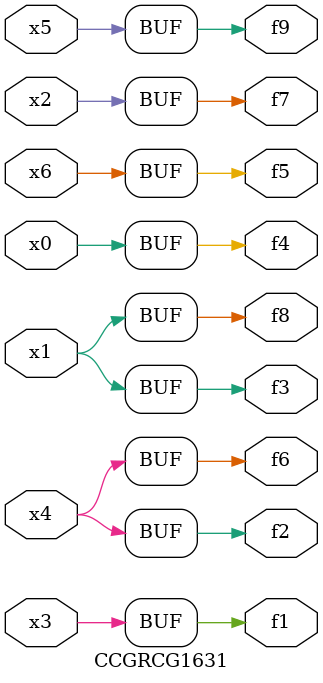
<source format=v>
module CCGRCG1631(
	input x0, x1, x2, x3, x4, x5, x6,
	output f1, f2, f3, f4, f5, f6, f7, f8, f9
);
	assign f1 = x3;
	assign f2 = x4;
	assign f3 = x1;
	assign f4 = x0;
	assign f5 = x6;
	assign f6 = x4;
	assign f7 = x2;
	assign f8 = x1;
	assign f9 = x5;
endmodule

</source>
